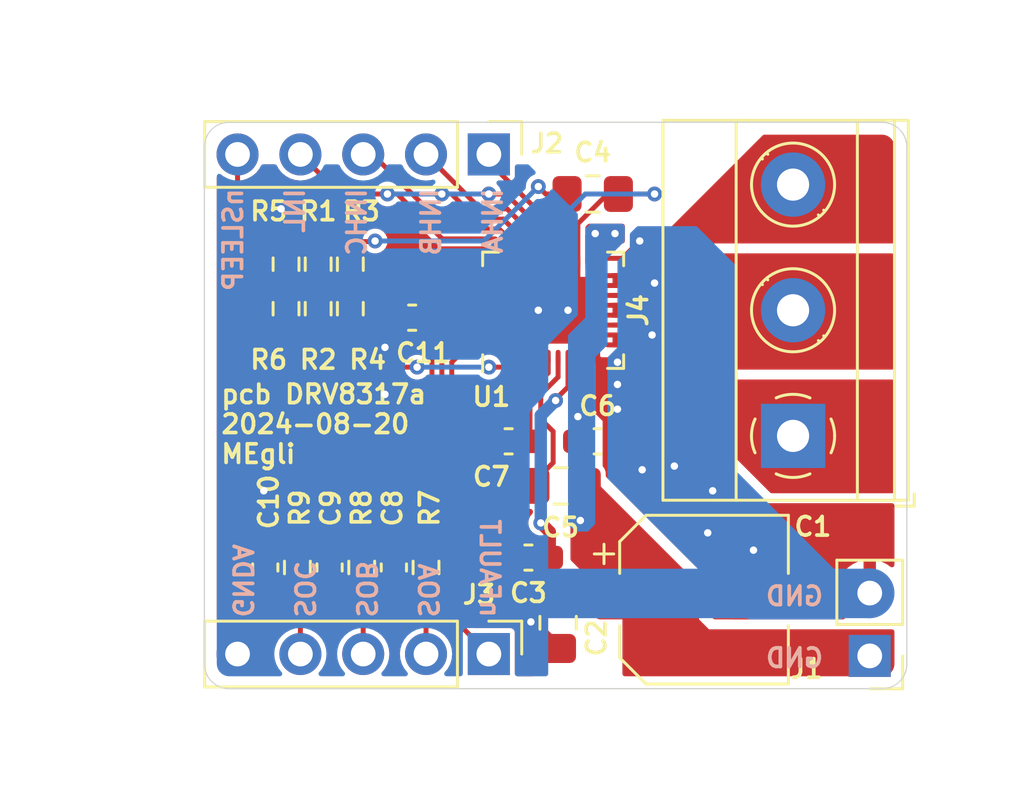
<source format=kicad_pcb>
(kicad_pcb (version 20240108) (generator "pcbnew") (generator_version "8.0")
  (layers (0 "F.Cu" signal) (31 "B.Cu" signal) (34 "B.Paste" user) (35 "F.Paste" user) (36 "B.SilkS" user "B.Silkscreen") (37 "F.SilkS" user "F.Silkscreen") (38 "B.Mask" user) (39 "F.Mask" user) (44 "Edge.Cuts" user))
  (net 0 "")
  (net 1 "GNDA")
  (net 2 "+BATT")
  (net 3 "VDDA")
  (net 4 "Net-(U1-CP)")
  (net 5 "Net-(U1-CPL)")
  (net 6 "Net-(U1-CPH)")
  (net 7 "/nSLEEP")
  (net 8 "/SOC")
  (net 9 "/SOA")
  (net 10 "/INHB")
  (net 11 "/SLEW")
  (net 12 "/GAIN")
  (net 13 "/SOB")
  (net 14 "/nFAULT")
  (net 15 "/INHA")
  (net 16 "/MODE")
  (net 17 "/INHC")
  (net 18 "/OUTA")
  (net 19 "/OUTC")
  (net 20 "/OUTB")
  (net 23 "/INL")
  (net 24 "GNDPWR")
  (net 25 "Net-(U1-SOA)")
  (net 26 "Net-(U1-SOB)")
  (net 27 "Net-(U1-SOC)")
  (net 28 "/CSA")
  (footprint "Resistor_SMD:R_0603_1608Metric_Pad0.98x0.95mm_HandSolder" (layer "F.Cu") (at 157.66 129.4 90)
    (property "Reference" "R9" (at 2.4 0.09 90) (layer "F.SilkS") (effects (font (size 0.75 0.75))))
    (property "Value" "330R")
    (fp_line (start -0.254724 -0.5225) (end 0.254724 -0.5225) (stroke (width 0.12)) (layer "F.SilkS"))
    (fp_line (start -0.254724 0.5225) (end 0.254724 0.5225) (stroke (width 0.12)) (layer "F.SilkS"))
    (pad "1" smd roundrect (at -0.9125 0 90) (size 0.975 0.95) (layers "F.Cu" "F.Paste" "F.Mask") (net 8 "/SOC"))
    (pad "2" smd roundrect (at 0.9125 0 90) (size 0.975 0.95) (layers "F.Cu" "F.Paste" "F.Mask") (net 27 "Net-(U1-SOC)"))
  )
  (footprint "Connector_PinHeader_2.54mm:PinHeader_1x05_P2.54mm_Vertical" (layer "F.Cu") (at 165.4 112.7 -90)
    (property "Reference" "J2" (at -0.45 -2.35 180) (layer "F.SilkS") (effects (font (size 0.75 0.75))))
    (property "Value" "Conn_01x05_Pin")
    (fp_line (start -1.33 11.49) (end 1.33 11.49) (stroke (width 0.12)) (layer "F.SilkS"))
    (fp_line (start -1.33 1.27) (end -1.33 11.49) (stroke (width 0.12)) (layer "F.SilkS"))
    (fp_line (start -1.33 1.27) (end 1.33 1.27) (stroke (width 0.12)) (layer "F.SilkS"))
    (fp_line (start 1.33 1.27) (end 1.33 11.49) (stroke (width 0.12)) (layer "F.SilkS"))
    (fp_line (start -1.33 0) (end -1.33 -1.33) (stroke (width 0.12)) (layer "F.SilkS"))
    (fp_line (start -1.33 -1.33) (end 0 -1.33) (stroke (width 0.12)) (layer "F.SilkS"))
    (pad "1" thru_hole rect (at 0 0 270) (size 1.7 1.7) (drill 1) (layers "*.Cu" "*.Mask") (net 15 "/INHA"))
    (pad "2" thru_hole oval (at 0 2.54 270) (size 1.7 1.7) (drill 1) (layers "*.Cu" "*.Mask") (net 10 "/INHB"))
    (pad "3" thru_hole oval (at 0 5.08 270) (size 1.7 1.7) (drill 1) (layers "*.Cu" "*.Mask") (net 17 "/INHC"))
    (pad "4" thru_hole oval (at 0 7.62 270) (size 1.7 1.7) (drill 1) (layers "*.Cu" "*.Mask") (net 23 "/INL"))
    (pad "5" thru_hole oval (at 0 10.16 270) (size 1.7 1.7) (drill 1) (layers "*.Cu" "*.Mask") (net 7 "/nSLEEP"))
  )
  (footprint "Capacitor_SMD:C_0603_1608Metric_Pad1.08x0.95mm_HandSolder" (layer "F.Cu") (at 166.2 124.3 180)
    (property "Reference" "C7" (at 0.7 -1.43 0) (layer "F.SilkS") (effects (font (size 0.75 0.75))))
    (property "Value" "100nF/35V")
    (fp_line (start -0.146267 0.51) (end 0.146267 0.51) (stroke (width 0.12)) (layer "F.SilkS"))
    (fp_line (start -0.146267 -0.51) (end 0.146267 -0.51) (stroke (width 0.12)) (layer "F.SilkS"))
    (pad "1" smd roundrect (at -0.8625 0 180) (size 1.075 0.95) (layers "F.Cu" "F.Paste" "F.Mask") (net 6 "Net-(U1-CPH)"))
    (pad "2" smd roundrect (at 0.8625 0 180) (size 1.075 0.95) (layers "F.Cu" "F.Paste" "F.Mask") (net 5 "Net-(U1-CPL)"))
  )
  (footprint "Resistor_SMD:R_0603_1608Metric_Pad0.98x0.95mm_HandSolder" (layer "F.Cu") (at 159.8 118.9375 -90)
    (property "Reference" "R4" (at 2.0625 -0.7 180) (layer "F.SilkS") (effects (font (size 0.75 0.75))))
    (property "Value" "NC")
    (fp_line (start -0.254724 0.5225) (end 0.254724 0.5225) (stroke (width 0.12)) (layer "F.SilkS"))
    (fp_line (start -0.254724 -0.5225) (end 0.254724 -0.5225) (stroke (width 0.12)) (layer "F.SilkS"))
    (pad "1" smd roundrect (at -0.9125 0 270) (size 0.975 0.95) (layers "F.Cu" "F.Paste" "F.Mask") (net 11 "/SLEW"))
    (pad "2" smd roundrect (at 0.9125 0 270) (size 0.975 0.95) (layers "F.Cu" "F.Paste" "F.Mask") (net 1 "GNDA"))
  )
  (footprint "Capacitor_SMD:C_0805_2012Metric_Pad1.18x1.45mm_HandSolder" (layer "F.Cu") (at 168.2 131.6375 -90)
    (property "Reference" "C2" (at 0.6125 -1.55 90) (layer "F.SilkS") (effects (font (size 0.75 0.75))))
    (property "Value" "10uF/35V")
    (fp_line (start -0.261252 0.735) (end 0.261252 0.735) (stroke (width 0.12)) (layer "F.SilkS"))
    (fp_line (start -0.261252 -0.735) (end 0.261252 -0.735) (stroke (width 0.12)) (layer "F.SilkS"))
    (pad "1" smd roundrect (at -1.0375 0 270) (size 1.175 1.45) (layers "F.Cu" "F.Paste" "F.Mask") (roundrect_rratio 0.212766) (net 2 "+BATT"))
    (pad "2" smd roundrect (at 1.0375 0 270) (size 1.175 1.45) (layers "F.Cu" "F.Paste" "F.Mask") (roundrect_rratio 0.212766) (net 1 "GNDA"))
  )
  (footprint "Capacitor_SMD:C_0603_1608Metric_Pad1.08x0.95mm_HandSolder" (layer "F.Cu") (at 167 129 180)
    (property "Reference" "C3" (at 0 -1.43 0) (layer "F.SilkS") (effects (font (size 0.75 0.75))))
    (property "Value" "100nF/35V")
    (fp_line (start -0.146267 0.51) (end 0.146267 0.51) (stroke (width 0.12)) (layer "F.SilkS"))
    (fp_line (start -0.146267 -0.51) (end 0.146267 -0.51) (stroke (width 0.12)) (layer "F.SilkS"))
    (pad "1" smd roundrect (at -0.8625 0 180) (size 1.075 0.95) (layers "F.Cu" "F.Paste" "F.Mask") (net 2 "+BATT"))
    (pad "2" smd roundrect (at 0.8625 0 180) (size 1.075 0.95) (layers "F.Cu" "F.Paste" "F.Mask") (net 1 "GNDA"))
  )
  (footprint "Capacitor_SMD:C_0805_2012Metric_Pad1.18x1.45mm_HandSolder" (layer "F.Cu") (at 169.6 114.3)
    (property "Reference" "C4" (at 0 -1.68 0) (layer "F.SilkS") (effects (font (size 0.75 0.75))))
    (property "Value" "4.7uF/35V")
    (fp_line (start -0.261252 -0.735) (end 0.261252 -0.735) (stroke (width 0.12)) (layer "F.SilkS"))
    (fp_line (start -0.261252 0.735) (end 0.261252 0.735) (stroke (width 0.12)) (layer "F.SilkS"))
    (pad "1" smd roundrect (at -1.0375 0) (size 1.175 1.45) (layers "F.Cu" "F.Paste" "F.Mask") (roundrect_rratio 0.212766) (net 3 "VDDA"))
    (pad "2" smd roundrect (at 1.0375 0) (size 1.175 1.45) (layers "F.Cu" "F.Paste" "F.Mask") (roundrect_rratio 0.212766) (net 1 "GNDA"))
  )
  (footprint "Connector_PinHeader_2.54mm:PinHeader_1x05_P2.54mm_Vertical" (layer "F.Cu") (at 165.4 132.9 -90)
    (property "Reference" "J3" (at -2.4 0.4 180) (layer "F.SilkS") (effects (font (size 0.75 0.75))))
    (property "Value" "Conn_01x05_Pin")
    (fp_line (start -1.33 11.49) (end 1.33 11.49) (stroke (width 0.12)) (layer "F.SilkS"))
    (fp_line (start -1.33 1.27) (end -1.33 11.49) (stroke (width 0.12)) (layer "F.SilkS"))
    (fp_line (start -1.33 1.27) (end 1.33 1.27) (stroke (width 0.12)) (layer "F.SilkS"))
    (fp_line (start 1.33 1.27) (end 1.33 11.49) (stroke (width 0.12)) (layer "F.SilkS"))
    (fp_line (start -1.33 0) (end -1.33 -1.33) (stroke (width 0.12)) (layer "F.SilkS"))
    (fp_line (start -1.33 -1.33) (end 0 -1.33) (stroke (width 0.12)) (layer "F.SilkS"))
    (pad "1" thru_hole rect (at 0 0 270) (size 1.7 1.7) (drill 1) (layers "*.Cu" "*.Mask") (net 14 "/nFAULT"))
    (pad "2" thru_hole oval (at 0 2.54 270) (size 1.7 1.7) (drill 1) (layers "*.Cu" "*.Mask") (net 9 "/SOA"))
    (pad "3" thru_hole oval (at 0 5.08 270) (size 1.7 1.7) (drill 1) (layers "*.Cu" "*.Mask") (net 13 "/SOB"))
    (pad "4" thru_hole oval (at 0 7.62 270) (size 1.7 1.7) (drill 1) (layers "*.Cu" "*.Mask") (net 8 "/SOC"))
    (pad "5" thru_hole oval (at 0 10.16 270) (size 1.7 1.7) (drill 1) (layers "*.Cu" "*.Mask") (net 1 "GNDA"))
  )
  (footprint "Resistor_SMD:R_0603_1608Metric_Pad0.98x0.95mm_HandSolder" (layer "F.Cu") (at 158.5 118.9375 -90)
    (property "Reference" "R2" (at 2.0625 0 180) (layer "F.SilkS") (effects (font (size 0.75 0.75))))
    (property "Value" "NC")
    (fp_line (start -0.254724 0.5225) (end 0.254724 0.5225) (stroke (width 0.12)) (layer "F.SilkS"))
    (fp_line (start -0.254724 -0.5225) (end 0.254724 -0.5225) (stroke (width 0.12)) (layer "F.SilkS"))
    (pad "1" smd roundrect (at -0.9125 0 270) (size 0.975 0.95) (layers "F.Cu" "F.Paste" "F.Mask") (net 16 "/MODE"))
    (pad "2" smd roundrect (at 0.9125 0 270) (size 0.975 0.95) (layers "F.Cu" "F.Paste" "F.Mask") (net 1 "GNDA"))
  )
  (footprint "Resistor_SMD:R_0603_1608Metric_Pad0.98x0.95mm_HandSolder" (layer "F.Cu") (at 159.8 117.1375 -90)
    (property "Reference" "R3" (at -2.1375 -0.45 180) (layer "F.SilkS") (effects (font (size 0.75 0.75))))
    (property "Value" "NC")
    (fp_line (start -0.254724 0.5225) (end 0.254724 0.5225) (stroke (width 0.12)) (layer "F.SilkS"))
    (fp_line (start -0.254724 -0.5225) (end 0.254724 -0.5225) (stroke (width 0.12)) (layer "F.SilkS"))
    (pad "1" smd roundrect (at -0.9125 0 270) (size 0.975 0.95) (layers "F.Cu" "F.Paste" "F.Mask") (net 3 "VDDA"))
    (pad "2" smd roundrect (at 0.9125 0 270) (size 0.975 0.95) (layers "F.Cu" "F.Paste" "F.Mask") (net 11 "/SLEW"))
  )
  (footprint "Resistor_SMD:R_0603_1608Metric_Pad0.98x0.95mm_HandSolder" (layer "F.Cu") (at 157.2 118.9375 -90)
    (property "Reference" "R6" (at 2.0625 0.7 180) (layer "F.SilkS") (effects (font (size 0.75 0.75))))
    (property "Value" "NC")
    (fp_line (start -0.254724 0.5225) (end 0.254724 0.5225) (stroke (width 0.12)) (layer "F.SilkS"))
    (fp_line (start -0.254724 -0.5225) (end 0.254724 -0.5225) (stroke (width 0.12)) (layer "F.SilkS"))
    (pad "1" smd roundrect (at -0.9125 0 270) (size 0.975 0.95) (layers "F.Cu" "F.Paste" "F.Mask") (net 12 "/GAIN"))
    (pad "2" smd roundrect (at 0.9125 0 270) (size 0.975 0.95) (layers "F.Cu" "F.Paste" "F.Mask") (net 1 "GNDA"))
  )
  (footprint "Resistor_SMD:R_0603_1608Metric_Pad0.98x0.95mm_HandSolder" (layer "F.Cu") (at 162.86 129.4 90)
    (property "Reference" "R7" (at 2.4 0.14 90) (layer "F.SilkS") (effects (font (size 0.75 0.75))))
    (property "Value" "330R")
    (fp_line (start -0.254724 -0.5225) (end 0.254724 -0.5225) (stroke (width 0.12)) (layer "F.SilkS"))
    (fp_line (start -0.254724 0.5225) (end 0.254724 0.5225) (stroke (width 0.12)) (layer "F.SilkS"))
    (pad "1" smd roundrect (at -0.9125 0 90) (size 0.975 0.95) (layers "F.Cu" "F.Paste" "F.Mask") (net 9 "/SOA"))
    (pad "2" smd roundrect (at 0.9125 0 90) (size 0.975 0.95) (layers "F.Cu" "F.Paste" "F.Mask") (net 25 "Net-(U1-SOA)"))
  )
  (footprint "Capacitor_SMD:C_0805_2012Metric_Pad1.18x1.45mm_HandSolder" (layer "F.Cu") (at 168.3 126.1 180)
    (property "Reference" "C5" (at 0 -1.68 0) (layer "F.SilkS") (effects (font (size 0.75 0.75))))
    (property "Value" "1uF/35V")
    (fp_line (start -0.261252 0.735) (end 0.261252 0.735) (stroke (width 0.12)) (layer "F.SilkS"))
    (fp_line (start -0.261252 -0.735) (end 0.261252 -0.735) (stroke (width 0.12)) (layer "F.SilkS"))
    (pad "1" smd roundrect (at -1.0375 0 180) (size 1.175 1.45) (layers "F.Cu" "F.Paste" "F.Mask") (roundrect_rratio 0.212766) (net 2 "+BATT"))
    (pad "2" smd roundrect (at 1.0375 0 180) (size 1.175 1.45) (layers "F.Cu" "F.Paste" "F.Mask") (roundrect_rratio 0.212766) (net 4 "Net-(U1-CP)"))
  )
  (footprint "Capacitor_SMD:C_0603_1608Metric_Pad1.08x0.95mm_HandSolder" (layer "F.Cu") (at 169.8 124.3)
    (property "Reference" "C6" (at 0 -1.43 0) (layer "F.SilkS") (effects (font (size 0.75 0.75))))
    (property "Value" "100nF/35V")
    (fp_line (start -0.146267 -0.51) (end 0.146267 -0.51) (stroke (width 0.12)) (layer "F.SilkS"))
    (fp_line (start -0.146267 0.51) (end 0.146267 0.51) (stroke (width 0.12)) (layer "F.SilkS"))
    (pad "1" smd roundrect (at -0.8625 0) (size 1.075 0.95) (layers "F.Cu" "F.Paste" "F.Mask") (net 2 "+BATT"))
    (pad "2" smd roundrect (at 0.8625 0) (size 1.075 0.95) (layers "F.Cu" "F.Paste" "F.Mask") (net 24 "GNDPWR"))
  )
  (footprint "Resistor_SMD:R_0603_1608Metric_Pad0.98x0.95mm_HandSolder" (layer "F.Cu") (at 158.5 117.1375 -90)
    (property "Reference" "R1" (at -2.1375 0 180) (layer "F.SilkS") (effects (font (size 0.75 0.75))))
    (property "Value" "NC")
    (fp_line (start -0.254724 0.5225) (end 0.254724 0.5225) (stroke (width 0.12)) (layer "F.SilkS"))
    (fp_line (start -0.254724 -0.5225) (end 0.254724 -0.5225) (stroke (width 0.12)) (layer "F.SilkS"))
    (pad "1" smd roundrect (at -0.9125 0 270) (size 0.975 0.95) (layers "F.Cu" "F.Paste" "F.Mask") (net 3 "VDDA"))
    (pad "2" smd roundrect (at 0.9125 0 270) (size 0.975 0.95) (layers "F.Cu" "F.Paste" "F.Mask") (net 16 "/MODE"))
  )
  (footprint "Capacitor_SMD:C_0603_1608Metric_Pad1.08x0.95mm_HandSolder" (layer "F.Cu") (at 158.96 129.4 90)
    (property "Reference" "C9" (at 2.4 0.04 90) (layer "F.SilkS") (effects (font (size 0.75 0.75))))
    (property "Value" "22pF")
    (fp_line (start -0.146267 -0.51) (end 0.146267 -0.51) (stroke (width 0.12)) (layer "F.SilkS"))
    (fp_line (start -0.146267 0.51) (end 0.146267 0.51) (stroke (width 0.12)) (layer "F.SilkS"))
    (pad "1" smd roundrect (at -0.8625 0 90) (size 1.075 0.95) (layers "F.Cu" "F.Paste" "F.Mask") (net 13 "/SOB"))
    (pad "2" smd roundrect (at 0.8625 0 90) (size 1.075 0.95) (layers "F.Cu" "F.Paste" "F.Mask") (net 1 "GNDA"))
  )
  (footprint "Capacitor_SMD:C_0603_1608Metric_Pad1.08x0.95mm_HandSolder" (layer "F.Cu") (at 156.36 129.4 90)
    (property "Reference" "C10" (at 2.65 0.14 90) (layer "F.SilkS") (effects (font (size 0.75 0.75))))
    (property "Value" "22pF")
    (fp_line (start -0.146267 -0.51) (end 0.146267 -0.51) (stroke (width 0.12)) (layer "F.SilkS"))
    (fp_line (start -0.146267 0.51) (end 0.146267 0.51) (stroke (width 0.12)) (layer "F.SilkS"))
    (pad "1" smd roundrect (at -0.8625 0 90) (size 1.075 0.95) (layers "F.Cu" "F.Paste" "F.Mask") (net 8 "/SOC"))
    (pad "2" smd roundrect (at 0.8625 0 90) (size 1.075 0.95) (layers "F.Cu" "F.Paste" "F.Mask") (net 1 "GNDA"))
  )
  (footprint "Resistor_SMD:R_0603_1608Metric_Pad0.98x0.95mm_HandSolder" (layer "F.Cu") (at 157.2 117.1375 -90)
    (property "Reference" "R5" (at -2.1375 0.7 180) (layer "F.SilkS") (effects (font (size 0.75 0.75))))
    (property "Value" "NC")
    (fp_line (start -0.254724 0.5225) (end 0.254724 0.5225) (stroke (width 0.12)) (layer "F.SilkS"))
    (fp_line (start -0.254724 -0.5225) (end 0.254724 -0.5225) (stroke (width 0.12)) (layer "F.SilkS"))
    (pad "1" smd roundrect (at -0.9125 0 270) (size 0.975 0.95) (layers "F.Cu" "F.Paste" "F.Mask") (net 3 "VDDA"))
    (pad "2" smd roundrect (at 0.9125 0 270) (size 0.975 0.95) (layers "F.Cu" "F.Paste" "F.Mask") (net 12 "/GAIN"))
  )
  (footprint "bldc-driver-lib:WQFN-36_EP_4.4x5.4_Pitch0.4mm" (layer "F.Cu") (at 168 119 90)
    (property "Reference" "U1" (at -3.5 -2.5 180) (layer "F.SilkS") (effects (font (size 0.75 0.75))))
    (property "Value" "DRV8317H")
    (fp_line (start 2.35 -2.85) (end 2.35 -2.2) (stroke (width 0.12)) (layer "F.SilkS"))
    (fp_line (start 1.8 -2.85) (end 2.35 -2.85) (stroke (width 0.12)) (layer "F.SilkS"))
    (fp_line (start -1.8 -2.85) (end -2.5 -2.85) (stroke (width 0.12)) (layer "F.SilkS"))
    (fp_line (start 2.35 2.85) (end 2.35 2.2) (stroke (width 0.12)) (layer "F.SilkS"))
    (fp_line (start 1.8 2.85) (end 2.35 2.85) (stroke (width 0.12)) (layer "F.SilkS"))
    (fp_line (start -1.8 2.85) (end -2.35 2.85) (stroke (width 0.12)) (layer "F.SilkS"))
    (fp_line (start -2.35 2.85) (end -2.35 2.2) (stroke (width 0.12)) (layer "F.SilkS"))
    (pad "1" smd oval (at -1.9 -1.8 180) (size 0.2 0.6) (layers "F.Cu" "F.Paste" "F.Mask") (net 7 "/nSLEEP"))
    (pad "2" smd oval (at -1.9 -1.4 180) (size 0.2 0.6) (layers "F.Cu" "F.Paste" "F.Mask") (net 14 "/nFAULT"))
    (pad "3" smd oval (at -1.9 -1 180) (size 0.2 0.6) (layers "F.Cu" "F.Paste" "F.Mask"))
    (pad "4" smd oval (at -1.9 -0.6 180) (size 0.2 0.6) (layers "F.Cu" "F.Paste" "F.Mask") (net 5 "Net-(U1-CPL)"))
    (pad "5" smd oval (at -1.9 -0.2 180) (size 0.2 0.6) (layers "F.Cu" "F.Paste" "F.Mask") (net 6 "Net-(U1-CPH)"))
    (pad "6" smd oval (at -1.9 0.2 180) (size 0.2 0.6) (layers "F.Cu" "F.Paste" "F.Mask") (net 4 "Net-(U1-CP)"))
    (pad "7" smd oval (at -1.9 0.6 180) (size 0.2 0.6) (layers "F.Cu" "F.Paste" "F.Mask") (net 2 "+BATT"))
    (pad "8" smd oval (at -1.9 1 180) (size 0.2 0.6) (layers "F.Cu" "F.Paste" "F.Mask") (net 2 "+BATT"))
    (pad "9" smd oval (at -1.9 1.4 180) (size 0.2 0.6) (layers "F.Cu" "F.Paste" "F.Mask") (net 2 "+BATT"))
    (pad "10" smd oval (at -1.9 1.8 180) (size 0.2 0.6) (layers "F.Cu" "F.Paste" "F.Mask") (net 24 "GNDPWR"))
    (pad "11" smd oval (at -1.4 2.4 90) (size 0.2 0.6) (layers "F.Cu" "F.Paste" "F.Mask") (net 18 "/OUTA"))
    (pad "12" smd oval (at -1 2.4 90) (size 0.2 0.6) (layers "F.Cu" "F.Paste" "F.Mask") (net 18 "/OUTA"))
    (pad "13" smd oval (at -0.6 2.4 90) (size 0.2 0.6) (layers "F.Cu" "F.Paste" "F.Mask") (net 24 "GNDPWR"))
    (pad "14" smd oval (at -0.2 2.4 90) (size 0.2 0.6) (layers "F.Cu" "F.Paste" "F.Mask") (net 20 "/OUTB"))
    (pad "15" smd oval (at 0.2 2.4 90) (size 0.2 0.6) (layers "F.Cu" "F.Paste" "F.Mask") (net 20 "/OUTB"))
    (pad "16" smd oval (at 0.6 2.4 90) (size 0.2 0.6) (layers "F.Cu" "F.Paste" "F.Mask") (net 24 "GNDPWR"))
    (pad "17" smd oval (at 1 2.4 90) (size 0.2 0.6) (layers "F.Cu" "F.Paste" "F.Mask") (net 19 "/OUTC"))
    (pad "18" smd oval (at 1.4 2.4 90) (size 0.2 0.6) (layers "F.Cu" "F.Paste" "F.Mask") (net 19 "/OUTC"))
    (pad "19" smd oval (at 1.9 1.8 180) (size 0.2 0.6) (layers "F.Cu" "F.Paste" "F.Mask") (net 24 "GNDPWR"))
    (pad "20" smd oval (at 1.9 1.4 180) (size 0.2 0.6) (layers "F.Cu" "F.Paste" "F.Mask") (net 2 "+BATT"))
    (pad "21" smd oval (at 1.9 1 180) (size 0.2 0.6) (layers "F.Cu" "F.Paste" "F.Mask") (net 1 "GNDA"))
    (pad "22" smd oval (at 1.9 0.6 180) (size 0.2 0.6) (layers "F.Cu" "F.Paste" "F.Mask") (net 3 "VDDA"))
    (pad "23" smd oval (at 1.9 0.2 180) (size 0.2 0.6) (layers "F.Cu" "F.Paste" "F.Mask") (net 15 "/INHA"))
    (pad "24" smd oval (at 1.9 -0.2 180) (size 0.2 0.6) (layers "F.Cu" "F.Paste" "F.Mask") (net 23 "/INL"))
    (pad "25" smd oval (at 1.9 -0.6 180) (size 0.2 0.6) (layers "F.Cu" "F.Paste" "F.Mask") (net 10 "/INHB"))
    (pad "26" smd oval (at 1.9 -1 180) (size 0.2 0.6) (layers "F.Cu" "F.Paste" "F.Mask") (net 23 "/INL"))
    (pad "27" smd oval (at 1.9 -1.4 180) (size 0.2 0.6) (layers "F.Cu" "F.Paste" "F.Mask") (net 17 "/INHC"))
    (pad "28" smd oval (at 1.9 -1.8 180) (size 0.2 0.6) (layers "F.Cu" "F.Paste" "F.Mask") (net 23 "/INL"))
    (pad "29" smd oval (at 1.4 -2.4 90) (size 0.2 0.6) (layers "F.Cu" "F.Paste" "F.Mask") (net 12 "/GAIN"))
    (pad "30" smd oval (at 1 -2.4 90) (size 0.2 0.6) (layers "F.Cu" "F.Paste" "F.Mask") (net 11 "/SLEW"))
    (pad "31" smd oval (at 0.6 -2.4 90) (size 0.2 0.6) (layers "F.Cu" "F.Paste" "F.Mask") (net 16 "/MODE"))
    (pad "32" smd oval (at 0.2 -2.4 90) (size 0.2 0.6) (layers "F.Cu" "F.Paste" "F.Mask"))
    (pad "33" smd oval (at -0.2 -2.4 90) (size 0.2 0.6) (layers "F.Cu" "F.Paste" "F.Mask") (net 28 "/CSA"))
    (pad "34" smd oval (at -0.6 -2.4 90) (size 0.2 0.6) (layers "F.Cu" "F.Paste" "F.Mask") (net 27 "Net-(U1-SOC)"))
    (pad "35" smd oval (at -1 -2.4 90) (size 0.2 0.6) (layers "F.Cu" "F.Paste" "F.Mask") (net 26 "Net-(U1-SOB)"))
    (pad "36" smd oval (at -1.4 -2.4 90) (size 0.2 0.6) (layers "F.Cu" "F.Paste" "F.Mask") (net 25 "Net-(U1-SOA)"))
    (pad "37" thru_hole circle (at 0 -0.6 90) (size 0.45 0.45) (drill 0.3) (property pad_prop_heatsink) (layers "*.Cu" "*.Mask") (net 1 "GNDA"))
    (pad "37" smd rect (at 0 0 90) (size 2.7 3.6) (layers "F.Cu" "F.Mask") (net 1 "GNDA"))
    (pad "37" thru_hole circle (at 0 0.6 90) (size 0.45 0.45) (drill 0.3) (property pad_prop_heatsink) (layers "*.Cu" "*.Mask") (net 1 "GNDA"))
  )
  (footprint "Capacitor_SMD:C_0603_1608Metric_Pad1.08x0.95mm_HandSolder" (layer "F.Cu") (at 161.56 129.4 90)
    (property "Reference" "C8" (at 2.4 -0.06 90) (layer "F.SilkS") (effects (font (size 0.75 0.75))))
    (property "Value" "22pF")
    (fp_line (start -0.146267 -0.51) (end 0.146267 -0.51) (stroke (width 0.12)) (layer "F.SilkS"))
    (fp_line (start -0.146267 0.51) (end 0.146267 0.51) (stroke (width 0.12)) (layer "F.SilkS"))
    (pad "1" smd roundrect (at -0.8625 0 90) (size 1.075 0.95) (layers "F.Cu" "F.Paste" "F.Mask") (net 9 "/SOA"))
    (pad "2" smd roundrect (at 0.8625 0 90) (size 1.075 0.95) (layers "F.Cu" "F.Paste" "F.Mask") (net 1 "GNDA"))
  )
  (footprint "Connector_PinHeader_2.54mm:PinHeader_1x02_P2.54mm_Vertical" (layer "F.Cu") (at 180.8 132.975 180)
    (property "Reference" "J1" (at 2.55 -0.525 0) (layer "F.SilkS") (effects (font (size 0.75 0.75))))
    (property "Value" "Conn_01x02_Pin")
    (fp_line (start 1.33 1.27) (end 1.33 3.87) (stroke (width 0.12)) (layer "F.SilkS"))
    (fp_line (start -1.33 3.87) (end 1.33 3.87) (stroke (width 0.12)) (layer "F.SilkS"))
    (fp_line (start -1.33 1.27) (end 1.33 1.27) (stroke (width 0.12)) (layer "F.SilkS"))
    (fp_line (start -1.33 1.27) (end -1.33 3.87) (stroke (width 0.12)) (layer "F.SilkS"))
    (fp_line (start -1.33 0) (end -1.33 -1.33) (stroke (width 0.12)) (layer "F.SilkS"))
    (fp_line (start -1.33 -1.33) (end 0 -1.33) (stroke (width 0.12)) (layer "F.SilkS"))
    (pad "1" thru_hole rect (at 0 0 180) (size 1.7 1.7) (drill 1) (layers "*.Cu" "*.Mask") (net 2 "+BATT"))
    (pad "2" thru_hole oval (at 0 2.54 180) (size 1.7 1.7) (drill 1) (layers "*.Cu" "*.Mask") (net 24 "GNDPWR"))
  )
  (footprint "Capacitor_SMD:CP_Elec_6.3x7.7" (layer "F.Cu") (at 174.1 130.7)
    (property "Reference" "C1" (at 4.4 -2.95 0) (layer "F.SilkS") (effects (font (size 0.75 0.75))))
    (property "Value" "47uF/35V")
    (fp_line (start -4.4375 -1.8475) (end -3.65 -1.8475) (stroke (width 0.12)) (layer "F.SilkS"))
    (fp_line (start -4.04375 -2.24125) (end -4.04375 -1.45375) (stroke (width 0.12)) (layer "F.SilkS"))
    (fp_line (start -3.41 -2.345563) (end -3.41 -1.06) (stroke (width 0.12)) (layer "F.SilkS"))
    (fp_line (start -3.41 -2.345563) (end -2.345563 -3.41) (stroke (width 0.12)) (layer "F.SilkS"))
    (fp_line (start -3.41 2.345563) (end -3.41 1.06) (stroke (width 0.12)) (layer "F.SilkS"))
    (fp_line (start -3.41 2.345563) (end -2.345563 3.41) (stroke (width 0.12)) (layer "F.SilkS"))
    (fp_line (start -2.345563 -3.41) (end 3.41 -3.41) (stroke (width 0.12)) (layer "F.SilkS"))
    (fp_line (start -2.345563 3.41) (end 3.41 3.41) (stroke (width 0.12)) (layer "F.SilkS"))
    (fp_line (start 3.41 -3.41) (end 3.41 -1.06) (stroke (width 0.12)) (layer "F.SilkS"))
    (fp_line (start 3.41 3.41) (end 3.41 1.06) (stroke (width 0.12)) (layer "F.SilkS"))
    (pad "1" smd roundrect (at -2.7 0) (size 3.5 1.6) (layers "F.Cu" "F.Paste" "F.Mask") (roundrect_rratio 0.15625) (net 2 "+BATT"))
    (pad "2" smd roundrect (at 2.7 0) (size 3.5 1.6) (layers "F.Cu" "F.Paste" "F.Mask") (roundrect_rratio 0.15625) (net 24 "GNDPWR"))
  )
  (footprint "Capacitor_SMD:C_0603_1608Metric_Pad1.08x0.95mm_HandSolder" (layer "F.Cu") (at 162.3 119.3 180)
    (property "Reference" "C11" (at -0.45 -1.43 0) (layer "F.SilkS") (effects (font (size 0.75 0.75))))
    (property "Value" "100nF/35V")
    (fp_line (start -0.146267 0.51) (end 0.146267 0.51) (stroke (width 0.12)) (layer "F.SilkS"))
    (fp_line (start -0.146267 -0.51) (end 0.146267 -0.51) (stroke (width 0.12)) (layer "F.SilkS"))
    (pad "1" smd roundrect (at -0.8625 0 180) (size 1.075 0.95) (layers "F.Cu" "F.Paste" "F.Mask") (net 28 "/CSA"))
    (pad "2" smd roundrect (at 0.8625 0 180) (size 1.075 0.95) (layers "F.Cu" "F.Paste" "F.Mask") (net 1 "GNDA"))
  )
  (footprint "Resistor_SMD:R_0603_1608Metric_Pad0.98x0.95mm_HandSolder" (layer "F.Cu") (at 160.26 129.4 90)
    (property "Reference" "R8" (at 2.4 -0.01 90) (layer "F.SilkS") (effects (font (size 0.75 0.75))))
    (property "Value" "330R")
    (fp_line (start -0.254724 -0.5225) (end 0.254724 -0.5225) (stroke (width 0.12)) (layer "F.SilkS"))
    (fp_line (start -0.254724 0.5225) (end 0.254724 0.5225) (stroke (width 0.12)) (layer "F.SilkS"))
    (pad "1" smd roundrect (at -0.9125 0 90) (size 0.975 0.95) (layers "F.Cu" "F.Paste" "F.Mask") (net 13 "/SOB"))
    (pad "2" smd roundrect (at 0.9125 0 90) (size 0.975 0.95) (layers "F.Cu" "F.Paste" "F.Mask") (net 26 "Net-(U1-SOB)"))
  )
  (footprint "TerminalBlock_Phoenix:TerminalBlock_Phoenix_MKDS-1,5-3-5.08_1x03_P5.08mm_Horizontal" (layer "F.Cu") (at 177.7 124.08 90)
    (property "Reference" "J4" (at 5.08 -6.26 90) (layer "F.SilkS") (effects (font (size 0.75 0.75))))
    (property "Value" "Conn_01x03_Pin")
    (fp_line (start 12.76 -5.261) (end 12.76 4.66) (stroke (width 0.12)) (layer "F.SilkS"))
    (fp_line (start -2.6 -5.261) (end 12.76 -5.261) (stroke (width 0.12)) (layer "F.SilkS"))
    (fp_line (start -2.6 -5.261) (end -2.6 4.66) (stroke (width 0.12)) (layer "F.SilkS"))
    (fp_line (start -2.6 -2.301) (end 12.76 -2.301) (stroke (width 0.12)) (layer "F.SilkS"))
    (fp_line (start 11.23 -1.275) (end 11.195 -1.239) (stroke (width 0.12)) (layer "F.SilkS"))
    (fp_line (start 6.15 -1.275) (end 6.115 -1.239) (stroke (width 0.12)) (layer "F.SilkS"))
    (fp_line (start 11.435 -1.069) (end 11.388 -1.023) (stroke (width 0.12)) (layer "F.SilkS"))
    (fp_line (start 6.355 -1.069) (end 6.308 -1.023) (stroke (width 0.12)) (layer "F.SilkS"))
    (fp_line (start 8.933 1.023) (end 8.886 1.069) (stroke (width 0.12)) (layer "F.SilkS"))
    (fp_line (start 3.853 1.023) (end 3.806 1.069) (stroke (width 0.12)) (layer "F.SilkS"))
    (fp_line (start 9.126 1.239) (end 9.091 1.274) (stroke (width 0.12)) (layer "F.SilkS"))
    (fp_line (start 4.046 1.239) (end 4.011 1.274) (stroke (width 0.12)) (layer "F.SilkS"))
    (fp_line (start -2.6 2.6) (end 12.76 2.6) (stroke (width 0.12)) (layer "F.SilkS"))
    (fp_line (start -2.6 4.1) (end 12.76 4.1) (stroke (width 0.12)) (layer "F.SilkS"))
    (fp_line (start -2.84 4.16) (end -2.84 4.9) (stroke (width 0.12)) (layer "F.SilkS"))
    (fp_line (start -2.6 4.66) (end 12.76 4.66) (stroke (width 0.12)) (layer "F.SilkS"))
    (fp_line (start -2.84 4.9) (end -2.34 4.9) (stroke (width 0.12)) (layer "F.SilkS"))
    (fp_arc (start -0.683042 -1.535427) (mid 0.000524 -1.680501) (end 0.684 -1.535) (stroke (width 0.12)) (layer "F.SilkS"))
    (fp_arc (start 1.535427 -0.683042) (mid 1.680501 0.000524) (end 1.535 0.684) (stroke (width 0.12)) (layer "F.SilkS"))
    (fp_arc (start -1.535427 0.683042) (mid -1.680501 -0.000524) (end -1.535 -0.684) (stroke (width 0.12)) (layer "F.SilkS"))
    (fp_arc (start 0.683318 1.534756) (mid 0.349292 1.643288) (end 0 1.68) (stroke (width 0.12)) (layer "F.SilkS"))
    (fp_arc (start 0.028805 1.680253) (mid -0.335551 1.646659) (end -0.684 1.535) (stroke (width 0.12)) (layer "F.SilkS"))
    (fp_circle (center 10.16 0) (end 11.84 0) (stroke (width 0.12)) (fill none) (layer "F.SilkS"))
    (fp_circle (center 5.08 0) (end 6.76 0) (stroke (width 0.12)) (fill none) (layer "F.SilkS"))
    (pad "1" thru_hole rect (at 0 0 90) (size 2.6 2.6) (drill 1.3) (layers "*.Cu" "*.Mask") (net 18 "/OUTA"))
    (pad "2" thru_hole circle (at 5.08 0 90) (size 2.6 2.6) (drill 1.3) (layers "*.Cu" "*.Mask") (net 20 "/OUTB"))
    (pad "3" thru_hole circle (at 10.16 0 90) (size 2.6 2.6) (drill 1.3) (layers "*.Cu" "*.Mask") (net 19 "/OUTC"))
  )
  (footprint "NetTie:NetTie-2_SMD_Pad2.0mm" (layer "B.Cu") (at 168.8 130.45 180)
    (property "Reference" "NT1" (hide yes))
    (property "Value" "NetTie_2" (hide yes))
    (fp_poly (pts (xy -2 1) (xy 2 1) (xy 2 -1) (xy -2 -1)) (fill solid) (layer "B.Cu"))
    (pad "1" smd circle (at -2 0 180) (size 2 2) (layers "B.Cu") (net 24 "GNDPWR"))
    (pad "2" smd circle (at 2 0 180) (size 2 2) (layers "B.Cu") (net 1 "GNDA"))
  )
  (gr_line (start 154.9 111.4) (end 181.3 111.4) (stroke (width 0.05)) (layer "Edge.Cuts"))
  (gr_arc (start 181.3 111.4) (mid 182.007107 111.692893) (end 182.3 112.4) (stroke (width 0.05)) (layer "Edge.Cuts"))
  (gr_line (start 153.9 133.3) (end 153.9 112.4) (stroke (width 0.05)) (layer "Edge.Cuts"))
  (gr_arc (start 153.9 112.4) (mid 154.192893 111.692893) (end 154.9 111.4) (stroke (width 0.05)) (layer "Edge.Cuts"))
  (gr_line (start 182.3 112.4) (end 182.3 133.3) (stroke (width 0.05)) (layer "Edge.Cuts"))
  (gr_arc (start 154.9 134.3) (mid 154.192893 134.007107) (end 153.9 133.3) (stroke (width 0.05)) (layer "Edge.Cuts"))
  (gr_line (start 181.3 134.3) (end 154.9 134.3) (stroke (width 0.05)) (layer "Edge.Cuts"))
  (gr_arc (start 182.3 133.3) (mid 182.007107 134.007107) (end 181.3 134.3) (stroke (width 0.05)) (layer "Edge.Cuts"))
  (gr_text "GNDA" (at 155 131.5 270) (layer "B.SilkS") (effects (font (size 0.75 0.75)) (justify left bottom mirror)))
  (gr_text "INL" (at 158 114 90) (layer "B.SilkS") (effects (font (size 0.75 0.75)) (justify left bottom mirror)))
  (gr_text "GND" (at 179 133.5 0) (layer "B.SilkS") (effects (font (size 0.75 0.75)) (justify left bottom mirror)))
  (gr_text "INHB" (at 163.5 114 90) (layer "B.SilkS") (effects (font (size 0.75 0.75)) (justify left bottom mirror)))
  (gr_text "SOA" (at 162.5 131.5 270) (layer "B.SilkS") (effects (font (size 0.75 0.75)) (justify left bottom mirror)))
  (gr_text "SOB" (at 160 131.5 270) (layer "B.SilkS") (effects (font (size 0.75 0.75)) (justify left bottom mirror)))
  (gr_text "GND" (at 179 131 0) (layer "B.SilkS") (effects (font (size 0.75 0.75)) (justify left bottom mirror)))
  (gr_text "INHC" (at 160.5 114 90) (layer "B.SilkS") (effects (font (size 0.75 0.75)) (justify left bottom mirror)))
  (gr_text "nFAULT" (at 165 131.5 270) (layer "B.SilkS") (effects (font (size 0.75 0.75)) (justify left bottom mirror)))
  (gr_text "SOC" (at 157.5 131.5 270) (layer "B.SilkS") (effects (font (size 0.75 0.75)) (justify left bottom mirror)))
  (gr_text "INHA" (at 166 114 90) (layer "B.SilkS") (effects (font (size 0.75 0.75)) (justify left bottom mirror)))
  (gr_text "nSLEEP" (at 155.5 114 90) (layer "B.SilkS") (effects (font (size 0.75 0.75)) (justify left bottom mirror)))
  (gr_text "pcb DRV8317a\n2024-08-20\nMEgli" (at 154.5 125.25 0) (layer "F.SilkS") (effects (font (size 0.75 0.75)) (justify left bottom)))
  (segment (start 159.8 119.85) (end 160.8875 119.85) (width 0.2) (layer "F.Cu") (net 1))
  (segment (start 171.9 114.3) (end 172.1 114.3) (width 0.2) (layer "F.Cu") (net 1))
  (segment (start 155.24 132.9) (end 155.24 129.6575) (width 0.2) (layer "F.Cu") (net 1))
  (segment (start 166.1375 129) (end 166.1375 130.6375) (width 0.5) (layer "F.Cu") (net 1))
  (segment (start 169 117.1) (end 169 118.6) (width 0.2) (layer "F.Cu") (net 1))
  (segment (start 158.96 128.94) (end 158.5 129.4) (width 0.2) (layer "F.Cu") (net 1))
  (segment (start 166.1375 130.6375) (end 167.1 131.6) (width 0.5) (layer "F.Cu") (net 1))
  (segment (start 168.2 132.675) (end 168.175 132.675) (width 0.5) (layer "F.Cu") (net 1))
  (segment (start 157 129.4) (end 158.5 129.4) (width 0.2) (layer "F.Cu") (net 1))
  (segment (start 158.5 129.4) (end 160.6975 129.4) (width 0.2) (layer "F.Cu") (net 1))
  (segment (start 170.2 114.3) (end 169.3 115.2) (width 0.2) (layer "F.Cu") (net 1))
  (segment (start 155.24 129.6575) (end 156.36 128.5375) (width 0.2) (layer "F.Cu") (net 1))
  (segment (start 169 118.6) (end 168.6 119) (width 0.2) (layer "F.Cu") (net 1))
  (segment (start 169 115.5) (end 169.3 115.2) (width 0.2) (layer "F.Cu") (net 1))
  (segment (start 170.6375 114.3) (end 171.9 114.3) (width 0.2) (layer "F.Cu") (net 1))
  (segment (start 158.5 119.85) (end 157.2 119.85) (width 0.2) (layer "F.Cu") (net 1))
  (segment (start 170.6375 114.3) (end 170.2 114.3) (width 0.2) (layer "F.Cu") (net 1))
  (segment (start 156.36 128.5375) (end 156.36 128.76) (width 0.2) (layer "F.Cu") (net 1))
  (segment (start 156.36 128.76) (end 157 129.4) (width 0.2) (layer "F.Cu") (net 1))
  (segment (start 168.175 132.675) (end 167.1 131.6) (width 0.5) (layer "F.Cu") (net 1))
  (segment (start 169 117.1) (end 169 115.5) (width 0.2) (layer "F.Cu") (net 1))
  (segment (start 160.6975 129.4) (end 161.56 128.5375) (width 0.2) (layer "F.Cu") (net 1))
  (segment (start 160.8875 119.85) (end 161.4375 119.3) (width 0.2) (layer "F.Cu") (net 1))
  (segment (start 158.96 128.5375) (end 158.96 128.94) (width 0.2) (layer "F.Cu") (net 1))
  (segment (start 159.8 119.85) (end 158.5 119.85) (width 0.2) (layer "F.Cu") (net 1))
  (via (at 161.2 120.5) (size 0.6) (drill 0.3) (layers "F.Cu" "B.Cu") (net 1))
  (via (at 161.2 122.4) (size 0.6) (drill 0.3) (layers "F.Cu" "B.Cu") (net 1))
  (via (at 172.1 114.3) (size 0.6) (drill 0.3) (layers "F.Cu" "B.Cu") (net 1))
  (via (at 167.1 131.6) (size 0.6) (drill 0.3) (layers "F.Cu" "B.Cu") (net 1))
  (via (at 157 114.9) (size 0.6) (drill 0.3) (layers "F.Cu" "B.Cu") (net 1))
  (via (at 156.3 126.3) (size 0.6) (drill 0.3) (layers "F.Cu" "B.Cu") (net 1))
  (segment (start 168.3 115.3) (end 168.3 118.7) (width 0.2) (layer "B.Cu") (net 1))
  (segment (start 172.1 114.3) (end 169.3 114.3) (width 0.2) (layer "B.Cu") (net 1))
  (segment (start 169.3 114.3) (end 168.3 115.3) (width 0.2) (layer "B.Cu") (net 1))
  (segment (start 168.3 118.7) (end 168.6 119) (width 0.2) (layer "B.Cu") (net 1))
  (segment (start 168.2 130.6) (end 171.3 130.6) (width 0.5) (layer "F.Cu") (net 2))
  (segment (start 169.4 123.5375) (end 169.4 121.9) (width 0.2) (layer "F.Cu") (net 2))
  (segment (start 168.05 122.65) (end 168.1 122.65) (width 0.2) (layer "F.Cu") (net 2))
  (segment (start 169 120.9) (end 169 121.5) (width 0.2) (layer "F.Cu") (net 2))
  (segment (start 169.3375 125.6) (end 168.9375 125.2) (width 0.2) (layer "F.Cu") (net 2))
  (segment (start 167.8625 129) (end 167.8625 127.9625) (width 0.5) (layer "F.Cu") (net 2))
  (segment (start 167.8625 127.9625) (end 167.5 127.6) (width 0.5) (layer "F.Cu") (net 2))
  (segment (start 171.3 130.6) (end 171.4 130.7) (width 0.5) (layer "F.Cu") (net 2))
  (segment (start 169.4 121.9) (end 169.4 120.9) (width 0.2) (layer "F.Cu") (net 2))
  (segment (start 167.8625 129) (end 167.8625 130.2625) (width 0.5) (layer "F.Cu") (net 2))
  (segment (start 169.4 116) (end 169.4 117.1) (width 0.2) (layer "F.Cu") (net 2))
  (segment (start 169 121.5) (end 169.4 121.9) (width 0.2) (layer "F.Cu") (net 2))
  (segment (start 169.7 115.9) (end 169.4 116) (width 0.2) (layer "F.Cu") (net 2))
  (segment (start 168.9375 125.2) (end 168.9375 124) (width 0.2) (layer "F.Cu") (net 2))
  (segment (start 168.6 122.1) (end 168.05 122.65) (width 0.2) (layer "F.Cu") (net 2))
  (segment (start 167.8625 130.2625) (end 168.2 130.6) (width 0.5) (layer "F.Cu") (net 2))
  (segment (start 168.6 120.9) (end 168.6 122.1) (width 0.2) (layer "F.Cu") (net 2))
  (segment (start 168.9375 124) (end 169.4 123.5375) (width 0.2) (layer "F.Cu") (net 2))
  (via (at 169 123.3) (size 0.6) (drill 0.3) (layers "F.Cu" "B.Cu") (net 2))
  (via (at 168.1 122.65) (size 0.6) (drill 0.3) (layers "F.Cu" "B.Cu") (net 2))
  (via (at 169.7 115.9) (size 0.6) (drill 0.3) (layers "F.Cu" "B.Cu") (net 2))
  (via (at 167.5 127.6) (size 0.6) (drill 0.3) (layers "F.Cu" "B.Cu") (net 2))
  (via (at 169.1 127.5) (size 0.6) (drill 0.3) (layers "F.Cu" "B.Cu") (net 2))
  (via (at 170.5 115.9) (size 0.6) (drill 0.3) (layers "F.Cu" "B.Cu") (net 2))
  (segment (start 167.5 123.25) (end 168.1 122.65) (width 0.5) (layer "B.Cu") (net 2))
  (segment (start 167.5 127.6) (end 167.5 123.25) (width 0.5) (layer "B.Cu") (net 2))
  (segment (start 159.8 116.225) (end 158.5 116.225) (width 0.2) (layer "F.Cu") (net 3))
  (segment (start 160.775 116.225) (end 160.8 116.2) (width 0.2) (layer "F.Cu") (net 3))
  (segment (start 157.2 116.225) (end 158.5 116.225) (width 0.2) (layer "F.Cu") (net 3))
  (segment (start 168.5625 114.3) (end 167.7 114.3) (width 0.2) (layer "F.Cu") (net 3))
  (segment (start 167.7 114.3) (end 167.4 114) (width 0.2) (layer "F.Cu") (net 3))
  (segment (start 168.6 117.1) (end 168.6 114.3375) (width 0.2) (layer "F.Cu") (net 3))
  (segment (start 159.8 116.225) (end 160.775 116.225) (width 0.2) (layer "F.Cu") (net 3))
  (via (at 167.4 114) (size 0.6) (drill 0.3) (layers "F.Cu" "B.Cu") (net 3))
  (via (at 160.8 116.2) (size 0.6) (drill 0.3) (layers "F.Cu" "B.Cu") (net 3))
  (segment (start 167.4 114) (end 165.2 116.2) (width 0.2) (layer "B.Cu") (net 3))
  (segment (start 164.9 116.2) (end 160.8 116.2) (width 0.2) (layer "B.Cu") (net 3))
  (segment (start 165.2 116.2) (end 164.9 116.2) (width 0.2) (layer "B.Cu") (net 3))
  (segment (start 168.2 121.7) (end 168.2 120.9) (width 0.2) (layer "F.Cu") (net 4))
  (segment (start 168 125.1625) (end 168 123.9) (width 0.2) (layer "F.Cu") (net 4))
  (segment (start 168 123.9) (end 167.5 123.4) (width 0.2) (layer "F.Cu") (net 4))
  (segment (start 167.5 123.4) (end 167.5 122.4) (width 0.2) (layer "F.Cu") (net 4))
  (segment (start 167.5 122.4) (end 168.2 121.7) (width 0.2) (layer "F.Cu") (net 4))
  (segment (start 167.2625 125.9) (end 168 125.1625) (width 0.2) (layer "F.Cu") (net 4))
  (segment (start 165.3375 124.3) (end 165.3375 123.420778) (width 0.2) (layer "F.Cu") (net 5))
  (segment (start 167.4 121.358278) (end 167.4 120.9) (width 0.2) (layer "F.Cu") (net 5))
  (segment (start 165.3375 123.420778) (end 167.4 121.358278) (width 0.2) (layer "F.Cu") (net 5))
  (segment (start 165.758278 124.3) (end 165.3375 124.3) (width 0.2) (layer "F.Cu") (net 5))
  (segment (start 167.0625 124.3) (end 167.0625 122.271814) (width 0.2) (layer "F.Cu") (net 6))
  (segment (start 167.0625 122.271814) (end 167.8 121.534314) (width 0.2) (layer "F.Cu") (net 6))
  (segment (start 167.8 121.534314) (end 167.8 120.9) (width 0.2) (layer "F.Cu") (net 6))
  (segment (start 156.7 121.3) (end 162.5 121.3) (width 0.2) (layer "F.Cu") (net 7))
  (segment (start 166.2 121.1) (end 166 121.3) (width 0.2) (layer "F.Cu") (net 7))
  (segment (start 166.2 120.9) (end 166.2 121.1) (width 0.2) (layer "F.Cu") (net 7))
  (segment (start 166 121.3) (end 165.4 121.3) (width 0.2) (layer "F.Cu") (net 7))
  (segment (start 155.24 119.84) (end 156.7 121.3) (width 0.2) (layer "F.Cu") (net 7))
  (segment (start 155.24 112.7) (end 155.24 119.84) (width 0.2) (layer "F.Cu") (net 7))
  (via (at 165.4 121.3) (size 0.6) (drill 0.3) (layers "F.Cu" "B.Cu") (net 7))
  (via (at 162.5 121.3) (size 0.6) (drill 0.3) (layers "F.Cu" "B.Cu") (net 7))
  (segment (start 162.5 121.3) (end 165.4 121.3) (width 0.2) (layer "B.Cu") (net 7))
  (segment (start 157.61 130.2625) (end 157.66 130.3125) (width 0.2) (layer "F.Cu") (net 8))
  (segment (start 156.36 130.2625) (end 157.61 130.2625) (width 0.2) (layer "F.Cu") (net 8))
  (segment (start 157.78 130.4325) (end 157.66 130.3125) (width 0.2) (layer "F.Cu") (net 8))
  (segment (start 157.78 132.9) (end 157.78 130.4325) (width 0.2) (layer "F.Cu") (net 8))
  (segment (start 162.86 132.9) (end 162.86 130.3125) (width 0.2) (layer "F.Cu") (net 9))
  (segment (start 162.81 130.2625) (end 162.86 130.3125) (width 0.2) (layer "F.Cu") (net 9))
  (segment (start 161.56 130.2625) (end 162.81 130.2625) (width 0.2) (layer "F.Cu") (net 9))
  (segment (start 167.4 117.1) (end 167.4 116.165686) (width 0.2) (layer "F.Cu") (net 10))
  (segment (start 167.4 116.165686) (end 166.134314 114.9) (width 0.2) (layer "F.Cu") (net 10))
  (segment (start 165.06 114.9) (end 162.86 112.7) (width 0.2) (layer "F.Cu") (net 10))
  (segment (start 166.134314 114.9) (end 165.06 114.9) (width 0.2) (layer "F.Cu") (net 10))
  (segment (start 165.6 118) (end 159.825 118) (width 0.2) (layer "F.Cu") (net 11))
  (segment (start 159.825 118) (end 159.8 118.025) (width 0.2) (layer "F.Cu") (net 11))
  (segment (start 157.2 118.025) (end 158.075 117.15) (width 0.2) (layer "F.Cu") (net 12))
  (segment (start 158.075 117.15) (end 160.45 117.15) (width 0.2) (layer "F.Cu") (net 12))
  (segment (start 160.45 117.15) (end 160.9 117.6) (width 0.2) (layer "F.Cu") (net 12))
  (segment (start 160.9 117.6) (end 165.6 117.6) (width 0.2) (layer "F.Cu") (net 12))
  (segment (start 160.21 130.2625) (end 160.26 130.3125) (width 0.2) (layer "F.Cu") (net 13))
  (segment (start 160.32 132.9) (end 160.32 130.3725) (width 0.2) (layer "F.Cu") (net 13))
  (segment (start 158.96 130.2625) (end 160.21 130.2625) (width 0.2) (layer "F.Cu") (net 13))
  (segment (start 160.32 130.3725) (end 160.26 130.3125) (width 0.2) (layer "F.Cu") (net 13))
  (segment (start 166.6 120.9) (end 166.6 121.592592) (width 0.2) (layer "F.Cu") (net 14))
  (segment (start 164.3 123.892592) (end 164.3 131.8) (width 0.2) (layer "F.Cu") (net 14))
  (segment (start 164.3 131.8) (end 165.4 132.9) (width 0.2) (layer "F.Cu") (net 14))
  (segment (start 166.6 121.592592) (end 164.3 123.892592) (width 0.2) (layer "F.Cu") (net 14))
  (segment (start 168.2 117.1) (end 168.2 115.8) (width 0.2) (layer "F.Cu") (net 15))
  (segment (start 165.4 113) (end 165.4 112.7) (width 0.2) (layer "F.Cu") (net 15))
  (segment (start 168.2 115.8) (end 165.4 113) (width 0.2) (layer "F.Cu") (net 15))
  (segment (start 165.6 118.4) (end 160.85 118.4) (width 0.2) (layer "F.Cu") (net 16))
  (segment (start 160.3 118.95) (end 159.4 118.95) (width 0.2) (layer "F.Cu") (net 16))
  (segment (start 160.85 118.4) (end 160.3 118.95) (width 0.2) (layer "F.Cu") (net 16))
  (segment (start 159.4 118.95) (end 158.5 118.05) (width 0.2) (layer "F.Cu") (net 16))
  (segment (start 166.6 117.1) (end 166.6 116.497058) (width 0.2) (layer "F.Cu") (net 17))
  (segment (start 163.715686 115.715686) (end 160.7 112.7) (width 0.2) (layer "F.Cu") (net 17))
  (segment (start 160.7 112.7) (end 160.32 112.7) (width 0.2) (layer "F.Cu") (net 17))
  (segment (start 166.6 116.497058) (end 165.818628 115.715686) (width 0.2) (layer "F.Cu") (net 17))
  (segment (start 165.818628 115.715686) (end 163.715686 115.715686) (width 0.2) (layer "F.Cu") (net 17))
  (segment (start 171.1 120) (end 170.4 120) (width 0.2) (layer "F.Cu") (net 18))
  (segment (start 177.7 124.08) (end 177.7 124.1) (width 0.2) (layer "F.Cu") (net 18))
  (segment (start 170.4 120.4) (end 171.1 120.4) (width 0.2) (layer "F.Cu") (net 18))
  (segment (start 171.1 120.4) (end 171.1 120) (width 0.2) (layer "F.Cu") (net 18))
  (segment (start 177.7 124.08) (end 177.72 124.08) (width 0.2) (layer "F.Cu") (net 18))
  (segment (start 171.1 120.4) (end 171.3 120.4) (width 0.2) (layer "F.Cu") (net 18))
  (segment (start 171.3 120.4) (end 174.98 124.08) (width 0.2) (layer "F.Cu") (net 18))
  (segment (start 174.98 124.08) (end 177.7 124.08) (width 0.2) (layer "F.Cu") (net 18))
  (segment (start 171 117.6) (end 171.2 117.6) (width 0.2) (layer "F.Cu") (net 19))
  (segment (start 170.4 118) (end 171 118) (width 0.2) (layer "F.Cu") (net 19))
  (segment (start 171 117.6) (end 170.4 117.6) (width 0.2) (layer "F.Cu") (net 19))
  (segment (start 171.2 117.6) (end 174.88 113.92) (width 0.2) (layer "F.Cu") (net 19))
  (segment (start 174.88 113.92) (end 177.7 113.92) (width 0.2) (layer "F.Cu") (net 19))
  (segment (start 171 118) (end 171 117.6) (width 0.2) (layer "F.Cu") (net 19))
  (segment (start 171.3 119) (end 171.3 118.8) (width 0.2) (layer "F.Cu") (net 20))
  (segment (start 171.3 118.8) (end 170.4 118.8) (width 0.2) (layer "F.Cu") (net 20))
  (segment (start 171.3 119) (end 177.7 119) (width 0.2) (layer "F.Cu") (net 20))
  (segment (start 171.3 119.2) (end 171.3 119) (width 0.2) (layer "F.Cu") (net 20))
  (segment (start 170.4 119.2) (end 171.3 119.2) (width 0.2) (layer "F.Cu") (net 20))
  (segment (start 166.2 117.1) (end 166.2 116.662744) (width 0.2) (layer "F.Cu") (net 23))
  (segment (start 163.894314 114.3) (end 163.5 114.3) (width 0.2) (layer "F.Cu") (net 23))
  (segment (start 165.984314 115.315686) (end 164.91 115.315686) (width 0.2) (layer "F.Cu") (net 23))
  (segment (start 166.2 116.662744) (end 165.652942 116.115686) (width 0.2) (layer "F.Cu") (net 23))
  (segment (start 164.91 115.315686) (end 163.897157 114.302843) (width 0.2) (layer "F.Cu") (net 23))
  (segment (start 163.897157 114.302843) (end 163.894314 114.3) (width 0.2) (layer "F.Cu") (net 23))
  (segment (start 165.652942 116.115686) (end 163.515686 116.115686) (width 0.2) (layer "F.Cu") (net 23))
  (segment (start 167 117.1) (end 167 116.331372) (width 0.2) (layer "F.Cu") (net 23))
  (segment (start 166.2 115.531372) (end 165.984314 115.315686) (width 0.2) (layer "F.Cu") (net 23))
  (segment (start 159.38 114.3) (end 161.3 114.3) (width 0.2) (layer "F.Cu") (net 23))
  (segment (start 157.78 112.7) (end 159.38 114.3) (width 0.2) (layer "F.Cu") (net 23))
  (segment (start 167.8 116) (end 167.8 117.1) (width 0.2) (layer "F.Cu") (net 23))
  (segment (start 163.515686 116.115686) (end 161.7 114.3) (width 0.2) (layer "F.Cu") (net 23))
  (segment (start 165.4 114.3) (end 166.1 114.3) (width 0.2) (layer "F.Cu") (net 23))
  (segment (start 161.7 114.3) (end 161.3 114.3) (width 0.2) (layer "F.Cu") (net 23))
  (segment (start 166.1 114.3) (end 167.8 116) (width 0.2) (layer "F.Cu") (net 23))
  (segment (start 167 116.331372) (end 166.2 115.531372) (width 0.2) (layer "F.Cu") (net 23))
  (via (at 165.4 114.3) (size 0.6) (drill 0.3) (layers "F.Cu" "B.Cu") (net 23))
  (via (at 161.3 114.3) (size 0.6) (drill 0.3) (layers "F.Cu" "B.Cu") (net 23))
  (via (at 163.5 114.3) (size 0.6) (drill 0.3) (layers "F.Cu" "B.Cu") (net 23))
  (segment (start 165.4 114.3) (end 163.5 114.3) (width 0.2) (layer "B.Cu") (net 23))
  (segment (start 163.5 114.3) (end 161.3 114.3) (width 0.2) (layer "B.Cu") (net 23))
  (segment (start 171.6 119.6) (end 170.4 119.6) (width 0.2) (layer "F.Cu") (net 24))
  (segment (start 169.8 117.1) (end 170 116.9) (width 0.2) (layer "F.Cu") (net 24))
  (segment (start 172 120) (end 171.6 119.6) (width 0.2) (layer "F.Cu") (net 24))
  (segment (start 170.8 116.9) (end 171.5 116.2) (width 0.2) (layer "F.Cu") (net 24))
  (segment (start 170.6625 124.3) (end 170.6625 123.0625) (width 0.2) (layer "F.Cu") (net 24))
  (segment (start 170 121.1) (end 169.8 120.9) (width 0.2) (layer "F.Cu") (net 24))
  (segment (start 172.1 117.9) (end 171.6 118.4) (width 0.2) (layer "F.Cu") (net 24))
  (segment (start 170.6 122) (end 170.6 123) (width 0.2) (layer "F.Cu") (net 24))
  (segment (start 169.8 123.1375) (end 170.6625 124) (width 0.2) (layer "F.Cu") (net 24))
  (segment (start 169.8 120.9) (end 169.8 123.1375) (width 0.2) (layer "F.Cu") (net 24))
  (segment (start 171.6 118.4) (end 170.4 118.4) (width 0.2) (layer "F.Cu") (net 24))
  (segment (start 170.6 121.1) (end 170 121.1) (width 0.2) (layer "F.Cu") (net 24))
  (segment (start 170.6625 123.0625) (end 170.6 123) (width 0.2) (layer "F.Cu") (net 24))
  (segment (start 170 116.9) (end 170.8 116.9) (width 0.2) (layer "F.Cu") (net 24))
  (segment (start 170.6 121.1) (end 170.6 122) (width 0.2) (layer "F.Cu") (net 24))
  (via (at 171.5 116.2) (size 0.6) (drill 0.3) (layers "F.Cu" "B.Cu") (net 24))
  (via (at 170.6 121.1) (size 0.6) (drill 0.3) (layers "F.Cu" "B.Cu") (net 24))
  (via (at 172 120) (size 0.6) (drill 0.3) (layers "F.Cu" "B.Cu") (net 24))
  (via (at 172.9 125.3) (size 0.6) (drill 0.3) (layers "F.Cu" "B.Cu") (net 24))
  (via (at 174.45 126.3) (size 0.6) (drill 0.3) (layers "F.Cu" "B.Cu") (net 24))
  (via (at 171.6 125.45) (size 0.6) (drill 0.3) (layers "F.Cu" "B.Cu") (net 24))
  (via (at 170.6 122) (size 0.6) (drill 0.3) (layers "F.Cu" "B.Cu") (net 24))
  (via (at 176.1 128.7) (size 0.6) (drill 0.3) (layers "F.Cu" "B.Cu") (net 24))
  (via (at 172.1 117.9) (size 0.6) (drill 0.3) (layers "F.Cu" "B.Cu") (net 24))
  (via (at 170.6 123) (size 0.6) (drill 0.3) (layers "F.Cu" "B.Cu") (net 24))
  (via (at 174.25 128) (size 0.6) (drill 0.3) (layers "F.Cu" "B.Cu") (net 24))
  (segment (start 180.8 130.435) (end 180.785 130.45) (width 2) (layer "B.Cu") (net 24))
  (segment (start 180.785 130.45) (end 170.8 130.45) (width 2) (layer "B.Cu") (net 24))
  (segment (start 163.9 126.665686) (end 163.9 121.1) (width 0.2) (layer "F.Cu") (net 25))
  (segment (start 163.9 121.1) (end 164.6 120.4) (width 0.2) (layer "F.Cu") (net 25))
  (segment (start 162.86 127.705686) (end 163.9 126.665686) (width 0.2) (layer "F.Cu") (net 25))
  (segment (start 162.86 128.4875) (end 162.86 127.705686) (width 0.2) (layer "F.Cu") (net 25))
  (segment (start 164.6 120.4) (end 165.6 120.4) (width 0.2) (layer "F.Cu") (net 25))
  (segment (start 161.2475 127.5) (end 160.26 128.4875) (width 0.2) (layer "F.Cu") (net 26))
  (segment (start 160.26 128.4875) (end 160.26 128.24) (width 0.2) (layer "F.Cu") (net 26))
  (segment (start 164.434314 120) (end 163.5 120.934314) (width 0.2) (layer "F.Cu") (net 26))
  (segment (start 163.5 120.934314) (end 163.5 126.5) (width 0.2) (layer "F.Cu") (net 26))
  (segment (start 165.6 120) (end 164.434314 120) (width 0.2) (layer "F.Cu") (net 26))
  (segment (start 163.5 126.5) (end 162.5 127.5) (width 0.2) (layer "F.Cu") (net 26))
  (segment (start 162.5 127.5) (end 161.2475 127.5) (width 0.2) (layer "F.Cu") (net 26))
  (segment (start 163.1 126.334314) (end 162.334314 127.1) (width 0.2) (layer "F.Cu") (net 27))
  (segment (start 163.1 120.768628) (end 163.1 126.334314) (width 0.2) (layer "F.Cu") (net 27))
  (segment (start 165.6 119.6) (end 164.268628 119.6) (width 0.2) (layer "F.Cu") (net 27))
  (segment (start 158.8 127.1) (end 157.66 128.24) (width 0.2) (layer "F.Cu") (net 27))
  (segment (start 164.268628 119.6) (end 163.1 120.768628) (width 0.2) (layer "F.Cu") (net 27))
  (segment (start 162.334314 127.1) (end 158.8 127.1) (width 0.2) (layer "F.Cu") (net 27))
  (segment (start 157.66 128.24) (end 157.66 128.4875) (width 0.2) (layer "F.Cu") (net 27))
  (segment (start 163.2625 119.2) (end 163.1625 119.3) (width 0.2) (layer "F.Cu") (net 28))
  (segment (start 165.6 119.2) (end 163.2625 119.2) (width 0.2) (layer "F.Cu") (net 28))
  (zone (net 18) (net_name "/OUTA") (layer "F.Cu") (priority 2) (connect_pads yes (clearance 0.2)) (min_thickness 0.2) (fill yes (thermal_gap 0.2) (thermal_bridge_width 0.5))
    (polygon (pts (xy 170.4 120.5) (xy 170.9 120.5) (xy 176.8 126.4) (xy 182.3 126.4) (xy 182.3 121.8) (xy 173.5 121.8) (xy 172.296246 120.597686) (xy 171.89637 120.59637) (xy 171.2 119.9) (xy 170.4 119.9)))
  )
  (zone (net 24) (net_name "GNDPWR") (layer "F.Cu") (priority 5) (connect_pads thru_hole_only (clearance 0.2)) (min_thickness 0.2) (fill yes (thermal_gap 0.5) (thermal_bridge_width 0.5))
    (polygon (pts (xy 176.6 126.8) (xy 170.7 120.9) (xy 169.8 120.9) (xy 169.8 123.2) (xy 170 123.4) (xy 170 125.6) (xy 174.3 129.9) (xy 174.3 131.3) (xy 174.5 131.5) (xy 182.3 131.5) (xy 182.3 126.8)))
  )
  (zone (net 2) (net_name "+BATT") (layer "F.Cu") (priority 4) (connect_pads yes (clearance 0.2)) (min_thickness 0.2) (fill yes (thermal_gap 0.2) (thermal_bridge_width 0.2))
    (polygon (pts (xy 169.5 117.1) (xy 169.3 117.1) (xy 169.3 115.5) (xy 170.9 115.5) (xy 170.9 116.3) (xy 169.9 116.3) (xy 169.5 116.7)))
  )
  (zone (net 19) (net_name "/OUTC") (layer "F.Cu") (priority 3) (connect_pads yes (clearance 0.2)) (min_thickness 0.2) (fill yes (thermal_gap 0.2) (thermal_bridge_width 0.5))
    (polygon (pts (xy 170.4 118.1) (xy 170.4 117.5) (xy 170.9 117.5) (xy 176.8 111.6) (xy 182.3 111.6) (xy 182.3 116.3) (xy 173.5 116.3) (xy 172.5 117.3) (xy 172 117.3) (xy 171.2 118.1)))
  )
  (zone (net 2) (net_name "+BATT") (layer "F.Cu") (connect_pads yes (clearance 0.2)) (min_thickness 0.2) (fill yes (thermal_gap 0.2) (thermal_bridge_width 0.5))
    (polygon (pts (xy 168.9 120.9) (xy 168.9 121.5) (xy 168.9 122.9) (xy 168.7 123.1) (xy 168.7 129.1) (xy 170.8 131.2) (xy 170.8 134.3) (xy 182.1 134.3) (xy 182.1 131.9) (xy 174.3 131.9) (xy 173.9 131.5) (xy 173.9 130.1) (xy 169.6 125.8) (xy 169.6 123.9) (xy 169.5 123.8) (xy 169.5 120.9)))
  )
  (zone (net 20) (net_name "/OUTB") (layer "F.Cu") (priority 1) (connect_pads yes (clearance 0.2)) (min_thickness 0.2) (fill yes (thermal_gap 0.2) (thermal_bridge_width 0.5))
    (polygon (pts (xy 174 116.7) (xy 172 118.7) (xy 170.4 118.7) (xy 170.4 119.3) (xy 172 119.3) (xy 174.1 121.4) (xy 182.3 121.4) (xy 182.3 116.7)))
  )
  (zone (net 1) (net_name "GNDA") (layer "F.Cu") (priority 9) (connect_pads (clearance 0.2)) (min_thickness 0.25) (fill yes (thermal_gap 0.5) (thermal_bridge_width 0.5))
    (polygon (pts (xy 154.4 113.1) (xy 154.4 133.8) (xy 167.7 133.8) (xy 167.8 133.7) (xy 167.8 113.9) (xy 167 113.1)))
  )
  (zone (net 24) (net_name "GNDPWR") (layer "B.Cu") (priority 7) (connect_pads yes (clearance 0.2)) (min_thickness 0.2) (fill yes (thermal_gap 0.2) (thermal_bridge_width 0.2))
    (polygon (pts (xy 179.7 131.5) (xy 175.9 131.5) (xy 170.2 125.8) (xy 170.2 120.9) (xy 170.6 120.5) (xy 170.6 117) (xy 171.1 116.5) (xy 171.1 115.9) (xy 171.4 115.6) (xy 173.8 115.6) (xy 175.4 117.2) (xy 175.4 125.5) (xy 179.7 129.8)))
  )
  (zone (net 2) (net_name "+BATT") (layer "B.Cu") (priority 6) (connect_pads yes (clearance 0.2)) (min_thickness 0.2) (fill yes (thermal_gap 0.2) (thermal_bridge_width 0.2))
    (polygon (pts (xy 168.6 120) (xy 169.3 119.3) (xy 169.3 115.7) (xy 169.5 115.5) (xy 170.8 115.5) (xy 170.9 115.6) (xy 170.9 116.2) (xy 170.2 116.9) (xy 170.2 120.4) (xy 169.7 120.9) (xy 169.7 127.65) (xy 169.4 127.95) (xy 168.95 127.95) (xy 168.6 127.7) (xy 168.6 123.1)))
  )
  (zone (net 1) (net_name "GNDA") (layer "B.Cu") (priority 8) (connect_pads yes (clearance 0.2)) (min_thickness 0.2) (fill yes (thermal_gap 0.2) (thermal_bridge_width 0.2))
    (polygon (pts (xy 167.8 120.2) (xy 167.8 120.4) (xy 169 119.2) (xy 169 115.1) (xy 167 113.1) (xy 154.4 113.1) (xy 154.4 133.8) (xy 167.8 133.8)))
  )
)
</source>
